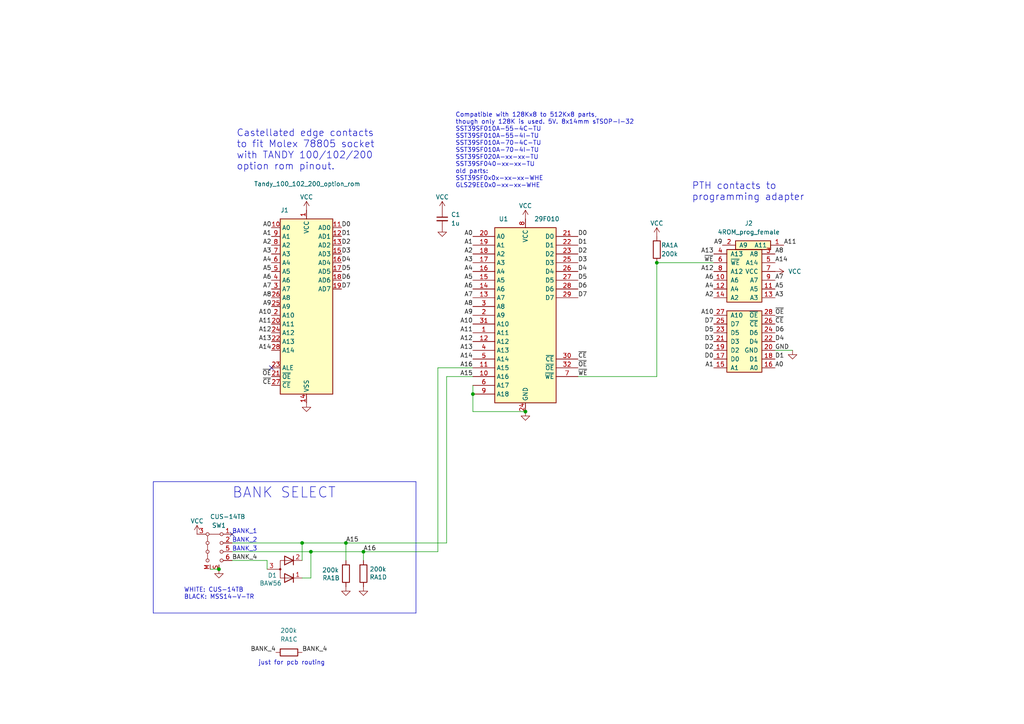
<source format=kicad_sch>
(kicad_sch (version 20250114) (generator "eeschema") (generator_version "9.0")
  (paper "A4")
  (title_block (title "M4ROM TANDY") (date "2025-11-17") (rev "010") (company "Brian K. White b.kenyon.w@gmail.com") (comment 1 "CC-BY-SA") (comment 2 "Flash based 4-bank option ROM for TANDY 100/102/200"))
  (lib_symbols
    (symbol "000_LOCAL:29F040"
      (property "Reference" "U" (at -8.128 24.384 0))
      (property "Value" "29F040" (at 1.016 24.384 0))
      (symbol "29F040_0_1"
        (rectangle (start -8.89 22.86) (end 8.89 -27.94) (stroke (width 0.254)) (fill (type background)))
      )
      (symbol "29F040_1_1"
        (pin input line (at -15.24 20.32 0) (length 6.35) (name "A0") (number "20"))
        (pin input line (at -15.24 17.78 0) (length 6.35) (name "A1") (number "19"))
        (pin input line (at -15.24 15.24 0) (length 6.35) (name "A2") (number "18"))
        (pin input line (at -15.24 12.7 0) (length 6.35) (name "A3") (number "17"))
        (pin input line (at -15.24 10.16 0) (length 6.35) (name "A4") (number "16"))
        (pin input line (at -15.24 7.62 0) (length 6.35) (name "A5") (number "15"))
        (pin input line (at -15.24 5.08 0) (length 6.35) (name "A6") (number "14"))
        (pin input line (at -15.24 2.54 0) (length 6.35) (name "A7") (number "13"))
        (pin input line (at -15.24 0 0) (length 6.35) (name "A8") (number "3"))
        (pin input line (at -15.24 -2.54 0) (length 6.35) (name "A9") (number "2"))
        (pin input line (at -15.24 -5.08 0) (length 6.35) (name "A10") (number "31"))
        (pin input line (at -15.24 -7.62 0) (length 6.35) (name "A11") (number "1"))
        (pin input line (at -15.24 -10.16 0) (length 6.35) (name "A12") (number "12"))
        (pin input line (at -15.24 -12.7 0) (length 6.35) (name "A13") (number "4"))
        (pin input line (at -15.24 -15.24 0) (length 6.35) (name "A14") (number "5"))
        (pin input line (at -15.24 -17.78 0) (length 6.35) (name "A15") (number "11"))
        (pin input line (at -15.24 -20.32 0) (length 6.35) (name "A16") (number "10"))
        (pin input line (at -15.24 -22.86 0) (length 6.35) (name "A17") (number "6"))
        (pin input line (at -15.24 -25.4 0) (length 6.35) (name "A18") (number "9"))
        (pin input line (at 0 25.4 270) (length 2.54) (name "VCC") (number "8"))
        (pin input line (at 0 -30.48 90) (length 2.54) (name "GND") (number "24"))
        (pin tri_state line (at 15.24 20.32 180) (length 6.35) (name "D0") (number "21"))
        (pin tri_state line (at 15.24 17.78 180) (length 6.35) (name "D1") (number "22"))
        (pin tri_state line (at 15.24 15.24 180) (length 6.35) (name "D2") (number "23"))
        (pin tri_state line (at 15.24 12.7 180) (length 6.35) (name "D3") (number "25"))
        (pin tri_state line (at 15.24 10.16 180) (length 6.35) (name "D4") (number "26"))
        (pin tri_state line (at 15.24 7.62 180) (length 6.35) (name "D5") (number "27"))
        (pin tri_state line (at 15.24 5.08 180) (length 6.35) (name "D6") (number "28"))
        (pin tri_state line (at 15.24 2.54 180) (length 6.35) (name "D7") (number "29"))
        (pin input line (at 15.24 -15.24 180) (length 6.35) (name "~{CE}") (number "30"))
        (pin input line (at 15.24 -17.78 180) (length 6.35) (name "~{OE}") (number "32"))
        (pin input line (at 15.24 -20.32 180) (length 6.35) (name "~{WE}") (number "7"))
      )
    )
    (symbol "000_LOCAL:4ROM_prog" (pin_names (offset 1.016))
      (property "Reference" "J" (at 0 20.32 0))
      (property "Value" "4ROM_prog" (at 0 -20.32 0))
      (symbol "4ROM_prog_1_1"
        (rectangle (start -5.08 16.51) (end 5.08 1.27) (stroke (width 0.254)) (fill (type background)))
        (rectangle (start -5.08 -1.27) (end 5.08 -19.05) (stroke (width 0.254)) (fill (type background)))
        (rectangle (start -2.54 19.05) (end 7.62 16.51) (stroke (width 0.254)) (fill (type background)))
        (pin passive line (at -8.89 15.24 0) (length 3.81) (name "A13") (number "4"))
        (pin passive line (at -8.89 12.7 0) (length 3.81) (name "~{WE}") (number "6"))
        (pin passive line (at -8.89 10.16 0) (length 3.81) (name "A12") (number "8"))
        (pin passive line (at -8.89 7.62 0) (length 3.81) (name "A6") (number "10"))
        (pin passive line (at -8.89 5.08 0) (length 3.81) (name "A4") (number "12"))
        (pin passive line (at -8.89 2.54 0) (length 3.81) (name "A2") (number "14"))
        (pin passive line (at -8.89 -2.54 0) (length 3.81) (name "A10") (number "27"))
        (pin passive line (at -8.89 -5.08 0) (length 3.81) (name "D7") (number "25"))
        (pin passive line (at -8.89 -7.62 0) (length 3.81) (name "D5") (number "23"))
        (pin passive line (at -8.89 -10.16 0) (length 3.81) (name "D3") (number "21"))
        (pin passive line (at -8.89 -12.7 0) (length 3.81) (name "D2") (number "19"))
        (pin passive line (at -8.89 -15.24 0) (length 3.81) (name "D0") (number "17"))
        (pin passive line (at -8.89 -17.78 0) (length 3.81) (name "A1") (number "15"))
        (pin passive line (at -6.35 17.78 0) (length 3.81) (name "A9") (number "2"))
        (pin passive line (at 8.89 15.24 180) (length 3.81) (name "A8") (number "3"))
        (pin passive line (at 8.89 12.7 180) (length 3.81) (name "A14") (number "5"))
        (pin passive line (at 8.89 10.16 180) (length 3.81) (name "VCC") (number "7"))
        (pin passive line (at 8.89 7.62 180) (length 3.81) (name "A7") (number "9"))
        (pin passive line (at 8.89 5.08 180) (length 3.81) (name "A5") (number "11"))
        (pin passive line (at 8.89 2.54 180) (length 3.81) (name "A3") (number "13"))
        (pin passive line (at 8.89 -2.54 180) (length 3.81) (name "~{OE}") (number "28"))
        (pin passive line (at 8.89 -5.08 180) (length 3.81) (name "~{CE}") (number "26"))
        (pin passive line (at 8.89 -7.62 180) (length 3.81) (name "D6") (number "24"))
        (pin passive line (at 8.89 -10.16 180) (length 3.81) (name "D4") (number "22"))
        (pin passive line (at 8.89 -12.7 180) (length 3.81) (name "GND") (number "20"))
        (pin passive line (at 8.89 -15.24 180) (length 3.81) (name "D1") (number "18"))
        (pin passive line (at 8.89 -17.78 180) (length 3.81) (name "A0") (number "16"))
        (pin passive line (at 11.43 17.78 180) (length 3.81) (name "A11") (number "1"))
      )
    )
    (symbol "000_LOCAL:C" (pin_numbers (hide yes)) (pin_names (offset 0.254) (hide yes))
      (property "Reference" "C" (at 0.254 1.778 0))
      (property "Value" "C" (at 0.254 -2.032 0))
      (symbol "C_0_1"
        (polyline (pts (xy -1.524 0.508) (xy 1.524 0.508)) (stroke (width 0.3048)))
        (polyline (pts (xy -1.524 -0.508) (xy 1.524 -0.508)) (stroke (width 0.3302)))
      )
      (symbol "C_1_1"
        (pin passive line (at 0 2.54 270) (length 2.032) (name "~") (number "1"))
        (pin passive line (at 0 -2.54 90) (length 2.032) (name "~") (number "2"))
      )
    )
    (symbol "000_LOCAL:D_Dual_CommonAnode_KKA_Parallel" (pin_names (offset 0.762) (hide yes))
      (property "Reference" "D" (at 0 5.08 0))
      (property "Value" "D_Dual_CommonAnode_KKA_Parallel" (at 0 -5.08 0))
      (symbol "D_Dual_CommonAnode_KKA_Parallel_0_0"
        (polyline (pts (xy 2.54 1.27) (xy 2.54 3.81)) (stroke (width 0.254)))
        (polyline (pts (xy 2.54 -3.81) (xy 2.54 -1.27)) (stroke (width 0.254)))
      )
      (symbol "D_Dual_CommonAnode_KKA_Parallel_0_1"
        (circle (center -1.27 0) (radius 0.254) (fill (type outline)))
        (polyline (pts (xy -1.27 0) (xy -2.54 0)))
        (polyline (pts (xy 0 3.81) (xy 2.54 2.54) (xy 0 1.27) (xy 0 3.81) (xy 0 3.81) (xy 0 3.81)) (stroke (width 0.254)))
        (polyline (pts (xy 0 -1.27) (xy 2.54 -2.54) (xy 0 -3.81) (xy 0 -1.27) (xy 0 -1.27) (xy 0 -1.27)) (stroke (width 0.254)))
        (polyline (pts (xy 2.54 2.54) (xy -1.27 2.54) (xy -1.27 -2.54) (xy 2.54 -2.54)))
        (pin passive line (at -5.08 0 0) (length 2.54) (name "A") (number "3"))
        (pin passive line (at 5.08 2.54 180) (length 2.54) (name "K") (number "1"))
        (pin passive line (at 5.08 -2.54 180) (length 2.54) (name "K") (number "2"))
      )
    )
    (symbol "000_LOCAL:GND" (power) (pin_names (offset 0))
      (property "Value" "GND" (at 0 -3.81 0))
      (symbol "GND_0_1"
        (polyline (pts (xy 0 0) (xy 0 -1.27) (xy 1.27 -1.27) (xy 0 -2.54) (xy -1.27 -1.27) (xy 0 -1.27)))
      )
      (symbol "GND_1_1"
        (pin power_in line (at 0 0 270) (length 0) (hide yes) (name "GND") (number "1"))
      )
    )
    (symbol "000_LOCAL:R_Array_04" (pin_numbers (hide yes)) (pin_names (offset 0) (hide yes))
      (property "Reference" "RA" (at 2.032 0 90))
      (property "Value" "R_Array_04" (at -2.032 0 90))
      (symbol "R_Array_04_0_1"
        (rectangle (start 1.016 2.54) (end -1.016 -2.54) (stroke (width 0.254)))
      )
      (symbol "R_Array_04_1_1"
        (pin passive line (at 0 3.81 270) (length 1.27) (name "R1.1") (number "1"))
        (pin passive line (at 0 -3.81 90) (length 1.27) (name "R1.2") (number "8"))
      )
      (symbol "R_Array_04_2_1"
        (pin passive line (at 0 3.81 270) (length 1.27) (name "R2.1") (number "2"))
        (pin passive line (at 0 -3.81 90) (length 1.27) (name "R2.2") (number "7"))
      )
      (symbol "R_Array_04_3_1"
        (pin passive line (at 0 3.81 270) (length 1.27) (name "R3.1") (number "3"))
        (pin passive line (at 0 -3.81 90) (length 1.27) (name "R3.2") (number "6"))
      )
      (symbol "R_Array_04_4_1"
        (pin passive line (at 0 3.81 270) (length 1.27) (name "R4.1") (number "4"))
        (pin passive line (at 0 -3.81 90) (length 1.27) (name "R4.2") (number "5"))
      )
    )
    (symbol "000_LOCAL:SW_1P4T_CUS-14B_-_PTH" (pin_names (offset 0) (hide yes))
      (property "Reference" "SW" (at 0 6.35 0))
      (property "Value" "SW_1P4T_CUS-14B_-_PTH" (at 0 8.89 0))
      (symbol "SW_1P4T_CUS-14B_-_PTH_0_1"
        (circle (center -2.032 3.81) (radius 0.4572))
        (polyline (pts (xy -2.032 3.302) (xy -2.032 1.778)) (stroke (width 0.1524)))
        (circle (center -2.032 1.27) (radius 0.4572))
        (polyline (pts (xy -2.032 0.762) (xy -2.032 -0.762)) (stroke (width 0.1524)))
        (circle (center -2.032 -1.27) (radius 0.4572))
        (polyline (pts (xy -2.032 -1.778) (xy -2.032 -3.302)) (stroke (width 0.1524)))
        (circle (center -2.032 -3.81) (radius 0.4572))
        (polyline (pts (xy -1.524 3.81) (xy 1.524 3.81)) (stroke (width 0.1524)))
        (circle (center 2.032 3.81) (radius 0.4572))
        (circle (center 2.032 1.27) (radius 0.4572))
        (circle (center 2.032 -1.27) (radius 0.4572))
        (circle (center 2.032 -3.81) (radius 0.4572))
      )
      (symbol "SW_1P4T_CUS-14B_-_PTH_1_1"
        (pin passive line (at -5.08 3.81 0) (length 2.54) (name "C") (number "3"))
        (pin passive line (at -5.08 3.81 0) (length 2.54) (hide yes) (name "C") (number "4"))
        (pin passive line (at -1.27 -6.35 90) (length 1.27) (name "M") (number "M"))
        (pin passive line (at 1.27 -6.35 90) (length 1.27) (name "S") (number "S"))
        (pin passive line (at 5.08 3.81 180) (length 2.54) (name "1") (number "1"))
        (pin passive line (at 5.08 1.27 180) (length 2.54) (name "2") (number "2"))
        (pin passive line (at 5.08 -1.27 180) (length 2.54) (name "5") (number "5"))
        (pin passive line (at 5.08 -3.81 180) (length 2.54) (name "6") (number "6"))
      )
    )
    (symbol "000_LOCAL:Tandy_100_102_200_option_rom"
      (property "Reference" "U" (at -7.62 26.67 0))
      (property "Value" "Tandy_100_102_200_option_rom" (at 2.54 -26.67 0))
      (symbol "Tandy_100_102_200_option_rom_1_1"
        (rectangle (start -7.62 25.4) (end 7.62 -25.4) (stroke (width 0.254)) (fill (type background)))
        (pin input line (at -10.16 22.86 0) (length 2.54) (name "A0") (number "10"))
        (pin input line (at -10.16 20.32 0) (length 2.54) (name "A1") (number "9"))
        (pin input line (at -10.16 17.78 0) (length 2.54) (name "A2") (number "8"))
        (pin input line (at -10.16 15.24 0) (length 2.54) (name "A3") (number "7"))
        (pin input line (at -10.16 12.7 0) (length 2.54) (name "A4") (number "6"))
        (pin input line (at -10.16 10.16 0) (length 2.54) (name "A5") (number "5"))
        (pin input line (at -10.16 7.62 0) (length 2.54) (name "A6") (number "4"))
        (pin input line (at -10.16 5.08 0) (length 2.54) (name "A7") (number "3"))
        (pin input line (at -10.16 2.54 0) (length 2.54) (name "A8") (number "26"))
        (pin input line (at -10.16 0 0) (length 2.54) (name "A9") (number "25"))
        (pin input line (at -10.16 -2.54 0) (length 2.54) (name "A10") (number "2"))
        (pin input line (at -10.16 -5.08 0) (length 2.54) (name "A11") (number "20"))
        (pin input line (at -10.16 -7.62 0) (length 2.54) (name "A12") (number "24"))
        (pin input line (at -10.16 -10.16 0) (length 2.54) (name "A13") (number "22"))
        (pin input line (at -10.16 -12.7 0) (length 2.54) (name "A14") (number "28"))
        (pin input line (at -10.16 -17.78 0) (length 2.54) (name "ALE") (number "23"))
        (pin input line (at -10.16 -20.32 0) (length 2.54) (name "~{OE}") (number "21"))
        (pin input line (at -10.16 -22.86 0) (length 2.54) (name "~{CE}") (number "27"))
        (pin power_in line (at 0 27.94 270) (length 2.54) (name "VCC") (number "1"))
        (pin power_in line (at 0 -27.94 90) (length 2.54) (name "VSS") (number "14"))
        (pin tri_state line (at 10.16 22.86 180) (length 2.54) (name "AD0") (number "11"))
        (pin tri_state line (at 10.16 20.32 180) (length 2.54) (name "AD1") (number "12"))
        (pin tri_state line (at 10.16 17.78 180) (length 2.54) (name "AD2") (number "13"))
        (pin tri_state line (at 10.16 15.24 180) (length 2.54) (name "AD3") (number "15"))
        (pin tri_state line (at 10.16 12.7 180) (length 2.54) (name "AD4") (number "16"))
        (pin tri_state line (at 10.16 10.16 180) (length 2.54) (name "AD5") (number "17"))
        (pin tri_state line (at 10.16 7.62 180) (length 2.54) (name "AD6") (number "18"))
        (pin tri_state line (at 10.16 5.08 180) (length 2.54) (name "AD7") (number "19"))
      )
    )
    (symbol "0_LOCAL:GND" (power) (pin_names (offset 0))
      (property "Value" "GND" (at 0 -3.81 0))
      (symbol "GND_0_1"
        (polyline (pts (xy 0 0) (xy 0 -1.27) (xy 1.27 -1.27) (xy 0 -2.54) (xy -1.27 -1.27) (xy 0 -1.27)))
      )
      (symbol "GND_1_1"
        (pin power_in line (at 0 0 270) (length 0) (hide yes) (name "GND") (number "1"))
      )
    )
    (symbol "power:VCC" (power) (pin_names (offset 0))
      (property "Value" "VCC" (at 0 3.81 0))
      (symbol "VCC_0_1"
        (polyline (pts (xy -0.762 1.27) (xy 0 2.54)))
        (polyline (pts (xy 0 2.54) (xy 0.762 1.27)))
        (polyline (pts (xy 0 0) (xy 0 2.54)))
      )
      (symbol "VCC_1_1"
        (pin power_in line (at 0 0 90) (length 0) (hide yes) (name "VCC") (number "1"))
      )
    )
  )
  (text "BANK_3" (at 67.31 160.02 0) (effects (font (size 1.27 1.27)) (justify left bottom)))
  (text "WHITE: CUS-14TB\nBLACK: MSS14-V-TR" (at 53.34 173.99 0) (effects (font (size 1.27 1.27)) (justify left bottom)))
  (text "Castellated edge contacts\nto fit Molex 78805 socket\nwith TANDY 100/102/200\noption rom pinout." (at 68.58 49.53 0) (effects (font (size 2 2)) (justify left bottom)))
  (text "BANK_1" (at 67.31 154.94 0) (effects (font (size 1.27 1.27)) (justify left bottom)))
  (text "just for pcb routing" (at 74.93 193.04 0) (effects (font (size 1.27 1.27)) (justify left bottom)))
  (text "BANK_2" (at 67.31 157.48 0) (effects (font (size 1.27 1.27)) (justify left bottom)))
  (text "BANK SELECT" (at 67.31 144.78 0) (effects (font (size 3 3)) (justify left bottom)))
  (text "PTH contacts to\nprogramming adapter" (at 200.66 58.42 0) (effects (font (size 2 2)) (justify left bottom)))
  (text "Compatible with 128Kx8 to 512Kx8 parts,\nthough only 128K is used. 5V. 8x14mm sTSOP-I-32\nSST39SF010A-55-4C-TU\nSST39SF010A-55-4I-TU\nSST39SF010A-70-4C-TU\nSST39SF010A-70-4I-TU\nSST39SF020A-xx-xx-TU\nSST39SF040-xx-xx-TU\nold parts:\nSST39SF0x0x-xx-xx-WHE\nGLS29EE0x0-xx-xx-WHE" (at 132.08 54.61 0) (effects (font (size 1.27 1.27)) (justify left bottom)))
  (junction (at 87.63 157.48))
  (junction (at 100.33 157.48))
  (junction (at 137.16 114.3))
  (junction (at 190.5 76.2))
  (junction (at 152.4 119.38))
  (junction (at 90.17 160.02))
  (junction (at 63.5 165.1))
  (junction (at 105.41 160.02))
  (no_connect (at 67.31 154.94))
  (no_connect (at 78.74 106.68))
  (wire (pts (xy 100.33 157.48) (xy 129.54 157.48)))
  (wire (pts (xy 67.31 157.48) (xy 87.63 157.48)))
  (wire (pts (xy 105.41 160.02) (xy 105.41 162.56)))
  (wire (pts (xy 87.63 167.64) (xy 90.17 167.64)))
  (wire (pts (xy 129.54 109.22) (xy 137.16 109.22)))
  (wire (pts (xy 224.79 101.6) (xy 229.87 101.6)))
  (wire (pts (xy 87.63 157.48) (xy 87.63 162.56)))
  (wire (pts (xy 87.63 157.48) (xy 100.33 157.48)))
  (wire (pts (xy 105.41 160.02) (xy 127 160.02)))
  (wire (pts (xy 90.17 160.02) (xy 90.17 167.64)))
  (wire (pts (xy 129.54 109.22) (xy 129.54 157.48)))
  (wire (pts (xy 137.16 119.38) (xy 152.4 119.38)))
  (polyline (pts (xy 44.45 177.8) (xy 120.65 177.8)))
  (polyline (pts (xy 120.65 177.8) (xy 120.65 139.7)))
  (wire (pts (xy 137.16 114.3) (xy 137.16 119.38)))
  (wire (pts (xy 77.47 162.56) (xy 77.47 165.1)))
  (wire (pts (xy 60.96 165.1) (xy 63.5 165.1)))
  (wire (pts (xy 190.5 109.22) (xy 190.5 76.2)))
  (wire (pts (xy 67.31 162.56) (xy 77.47 162.56)))
  (polyline (pts (xy 44.45 139.7) (xy 44.45 177.8)))
  (wire (pts (xy 67.31 160.02) (xy 90.17 160.02)))
  (polyline (pts (xy 44.45 139.7) (xy 120.65 139.7)))
  (wire (pts (xy 127 106.68) (xy 127 160.02)))
  (wire (pts (xy 137.16 106.68) (xy 127 106.68)))
  (wire (pts (xy 190.5 76.2) (xy 207.01 76.2)))
  (wire (pts (xy 100.33 157.48) (xy 100.33 162.56)))
  (wire (pts (xy 167.64 109.22) (xy 190.5 109.22)))
  (wire (pts (xy 90.17 160.02) (xy 105.41 160.02)))
  (wire (pts (xy 137.16 111.76) (xy 137.16 114.3)))
  (label "A6" (at 137.16 83.82 180))
  (label "D7" (at 207.01 93.98 180))
  (label "D6" (at 99.06 81.28 0))
  (label "A11" (at 78.74 93.98 180))
  (label "~{OE}" (at 167.64 106.68 0))
  (label "A11" (at 227.33 71.12 0))
  (label "~{OE}" (at 78.74 109.22 180))
  (label "A10" (at 207.01 91.44 180))
  (label "D4" (at 99.06 76.2 0))
  (label "A9" (at 137.16 91.44 180))
  (label "D0" (at 207.01 104.14 180))
  (label "A12" (at 137.16 99.06 180))
  (label "D6" (at 167.64 83.82 0))
  (label "A5" (at 78.74 78.74 180))
  (label "A14" (at 78.74 101.6 180))
  (label "A15" (at 100.33 157.48 0))
  (label "A13" (at 207.01 73.66 180))
  (label "D5" (at 167.64 81.28 0))
  (label "D5" (at 207.01 96.52 180))
  (label "A2" (at 207.01 86.36 180))
  (label "A2" (at 137.16 73.66 180))
  (label "D0" (at 99.06 66.04 0))
  (label "A6" (at 207.01 81.28 180))
  (label "~{CE}" (at 78.74 111.76 180))
  (label "A12" (at 78.74 96.52 180))
  (label "D3" (at 99.06 73.66 0))
  (label "A15" (at 137.16 109.22 180))
  (label "A0" (at 78.74 66.04 180))
  (label "D3" (at 207.01 99.06 180))
  (label "A14" (at 137.16 104.14 180))
  (label "A4" (at 207.01 83.82 180))
  (label "D2" (at 99.06 71.12 0))
  (label "GND" (at 224.79 101.6 0))
  (label "D7" (at 167.64 86.36 0))
  (label "A9" (at 78.74 88.9 180))
  (label "A3" (at 137.16 76.2 180))
  (label "D6" (at 224.79 96.52 0))
  (label "D0" (at 167.64 68.58 0))
  (label "A4" (at 137.16 78.74 180))
  (label "A3" (at 224.79 86.36 0))
  (label "~{WE}" (at 167.64 109.22 0))
  (label "A10" (at 137.16 93.98 180))
  (label "~{CE}" (at 167.64 104.14 0))
  (label "A7" (at 78.74 83.82 180))
  (label "A8" (at 137.16 88.9 180))
  (label "A2" (at 78.74 71.12 180))
  (label "A13" (at 78.74 99.06 180))
  (label "D2" (at 167.64 73.66 0))
  (label "A11" (at 137.16 96.52 180))
  (label "D7" (at 99.06 83.82 0))
  (label "A3" (at 78.74 73.66 180))
  (label "A10" (at 78.74 91.44 180))
  (label "BANK_4" (at 87.63 189.23 0))
  (label "A4" (at 78.74 76.2 180))
  (label "D2" (at 207.01 101.6 180))
  (label "D1" (at 224.79 104.14 0))
  (label "D1" (at 99.06 68.58 0))
  (label "A7" (at 137.16 86.36 180))
  (label "BANK_4" (at 80.01 189.23 180))
  (label "A1" (at 78.74 68.58 180))
  (label "A13" (at 137.16 101.6 180))
  (label "~{WE}" (at 207.01 76.2 180))
  (label "A16" (at 105.41 160.02 0))
  (label "~{CE}" (at 224.79 93.98 0))
  (label "A5" (at 137.16 81.28 180))
  (label "D5" (at 99.06 78.74 0))
  (label "A0" (at 137.16 68.58 180))
  (label "~{OE}" (at 224.79 91.44 0))
  (label "D4" (at 167.64 78.74 0))
  (label "A9" (at 209.55 71.12 180))
  (label "A8" (at 78.74 86.36 180))
  (label "A12" (at 207.01 78.74 180))
  (label "A16" (at 137.16 106.68 180))
  (label "A6" (at 78.74 81.28 180))
  (label "A0" (at 224.79 106.68 0))
  (label "BANK_4" (at 67.31 162.56 0))
  (label "A5" (at 224.79 83.82 0))
  (label "A1" (at 207.01 106.68 180))
  (label "D4" (at 224.79 99.06 0))
  (label "A8" (at 224.79 73.66 0))
  (label "D3" (at 167.64 76.2 0))
  (label "D1" (at 167.64 71.12 0))
  (label "A7" (at 224.79 81.28 0))
  (label "A14" (at 224.79 76.2 0))
  (label "A1" (at 137.16 71.12 180))
  (symbol (lib_id "000_LOCAL:29F040") (at 152.4 88.9 0) (unit 1)
    (property "Reference" "U1" (at 146.05 63.5 0))
    (property "Value" "29F010" (at 154.94 63.5 0) (effects (justify left)))
    (property "Footprint" "000_LOCAL:TSOP32-14mm" (effects (hide yes)))
    (property "Datasheet" "datasheets/29F040.pdf" (effects (hide yes)))
    (property "Description" "NOR Flash Parallel 5V 128K-512Kx8 TSOP-32" (effects (hide yes)))
    (property "MPN" "SST39SF010A-70-4C-TU" (effects (hide yes)))
  )
  (symbol (lib_id "000_LOCAL:Tandy_100_102_200_option_rom") (at 88.9 88.9 0) (unit 1) (in_bom no)
    (property "Reference" "J1" (at 82.55 60.96 0))
    (property "Value" "Tandy_100_102_200_option_rom" (at 73.66 53.34 0) (effects (justify left)))
    (property "Footprint" "000_LOCAL:Molex78802_PCB_28" (effects (hide yes)))
  )
  (symbol (lib_id "power:VCC") (at 152.4 63.5 0) (unit 1)
    (property "Reference" "#PWR0101" (effects (hide yes)))
    (property "Value" "VCC" (at 152.4 59.69 0))
  )
  (symbol (lib_id "power:VCC") (at 88.9 60.96 0) (unit 1)
    (property "Reference" "#PWR0102" (effects (hide yes)))
    (property "Value" "VCC" (at 88.9 57.15 0))
  )
  (symbol (lib_id "power:VCC") (at 190.5 68.58 0) (mirror y) (unit 1)
    (property "Reference" "#PWR0105" (effects (hide yes)))
    (property "Value" "VCC" (at 190.5 64.77 0))
  )
  (symbol (lib_id "0_LOCAL:GND") (at 152.4 119.38 0) (mirror y) (unit 1)
    (property "Reference" "#PWR06" (effects (hide yes)))
    (property "Value" "GND" (effects (hide yes)))
  )
  (symbol (lib_id "power:VCC") (at 57.15 154.94 0) (unit 1)
    (property "Reference" "#PWR01" (effects (hide yes)))
    (property "Value" "VCC" (at 57.15 151.13 0))
  )
  (symbol (lib_id "0_LOCAL:GND") (at 128.27 66.04 0) (mirror y) (unit 1)
    (property "Reference" "#PWR09" (effects (hide yes)))
    (property "Value" "GND" (effects (hide yes)))
  )
  (symbol (lib_id "power:VCC") (at 128.27 60.96 0) (unit 1)
    (property "Reference" "#PWR0116" (effects (hide yes)))
    (property "Value" "VCC" (at 128.27 57.15 0))
  )
  (symbol (lib_id "000_LOCAL:D_Dual_CommonAnode_KKA_Parallel") (at 82.55 165.1 0) (mirror x) (unit 1)
    (property "Reference" "D1" (at 78.994 166.878 0))
    (property "Value" "BAW56" (at 78.486 169.164 0))
    (property "Footprint" "000_LOCAL:SOT-23" (effects (hide yes)))
    (property "Datasheet" "datasheets/BAW56.PDF" (effects (hide yes)))
    (property "Description" "Dual diode, common anode on pin 3" (effects (hide yes)))
    (property "MPN" "TBAW56,LM" (effects (hide yes)))
  )
  (symbol (lib_id "000_LOCAL:R_Array_04") (at 100.33 166.37 0) (mirror y) (unit 2)
    (property "Reference" "RA1" (at 98.552 167.64 0) (effects (justify left)))
    (property "Value" "200k" (at 98.298 165.354 0) (effects (justify left)))
    (property "Footprint" "000_LOCAL:R_Array_Convex_4x0612" (effects (hide yes)))
    (property "Datasheet" "datasheets/YC164.pdf" (effects (hide yes)))
    (property "Description" "RES ARRAY 4 x 200K isolated 1206 4x0612 convex" (effects (hide yes)))
    (property "MPN" "YC164-JR-07200KL" (effects (hide yes)))
  )
  (symbol (lib_id "0_LOCAL:GND") (at 229.87 101.6 0) (mirror y) (unit 1)
    (property "Reference" "#PWR07" (effects (hide yes)))
    (property "Value" "GND" (effects (hide yes)))
  )
  (symbol (lib_id "000_LOCAL:SW_1P4T_CUS-14B_-_PTH") (at 62.23 158.75 0) (unit 1)
    (property "Reference" "SW1" (at 63.5 152.4 0))
    (property "Value" "CUS-14TB" (at 66.04 149.86 0))
    (property "Footprint" "000_LOCAL:SW_SP4T_CUS-14B - PTH" (effects (hide yes)))
    (property "Datasheet" "datasheets/cus.pdf" (effects (hide yes)))
    (property "Description" "CUS-14TB Switch, 4 position, single pole 4 throw, 4 position switch, SP4T" (effects (hide yes)))
    (property "MPN" "CUS-14TB" (effects (hide yes)))
  )
  (symbol (lib_id "000_LOCAL:C") (at 128.27 63.5 0) (unit 1)
    (property "Reference" "C1" (at 130.81 62.2362 0) (effects (justify left)))
    (property "Value" "1u" (at 130.81 64.7762 0) (effects (justify left)))
    (property "Footprint" "000_LOCAL:C_0805" (effects (hide yes)))
    (property "Datasheet" "datasheets/CL21B105KBFNNNE.pdf" (effects (hide yes)))
    (property "Description" "CAP CER 1UF 16V+ 0805" (effects (hide yes)))
    (property "MPN" "CL21B105KBFNNNE" (effects (hide yes)))
  )
  (symbol (lib_id "000_LOCAL:R_Array_04") (at 190.5 72.39 0) (mirror x) (unit 1)
    (property "Reference" "RA1" (at 191.77 71.12 0) (effects (justify left)))
    (property "Value" "200k" (at 191.77 73.66 0) (effects (justify left)))
    (property "Footprint" "000_LOCAL:R_Array_Convex_4x0612" (effects (hide yes)))
    (property "Datasheet" "datasheets/YC164.pdf" (effects (hide yes)))
    (property "Description" "RES ARRAY 4 x 200K isolated 1206 4x0612 convex" (effects (hide yes)))
    (property "MPN" "YC164-JR-07200KL" (effects (hide yes)))
  )
  (symbol (lib_id "000_LOCAL:GND") (at 105.41 170.18 0) (mirror y) (unit 1)
    (property "Reference" "#PWR022" (effects (hide yes)))
    (property "Value" "GND" (effects (hide yes)))
  )
  (symbol (lib_id "000_LOCAL:R_Array_04") (at 83.82 189.23 270) (mirror x) (unit 3)
    (property "Reference" "RA1" (at 81.28 185.42 90) (effects (justify left)))
    (property "Value" "200k" (at 81.28 182.88 90) (effects (justify left)))
    (property "Footprint" "000_LOCAL:R_Array_Convex_4x0612" (effects (hide yes)))
    (property "Datasheet" "datasheets/YC164.pdf" (effects (hide yes)))
    (property "Description" "RES ARRAY 4 x 200K isolated 1206 4x0612 convex" (effects (hide yes)))
    (property "MPN" "YC164-JR-07200KL" (effects (hide yes)))
  )
  (symbol (lib_id "power:VCC") (at 224.79 78.74 270) (unit 1)
    (property "Reference" "#PWR0110" (effects (hide yes)))
    (property "Value" "VCC" (at 228.6 78.74 90) (effects (justify left)))
  )
  (symbol (lib_id "000_LOCAL:GND") (at 100.33 170.18 0) (mirror y) (unit 1)
    (property "Reference" "#PWR021" (effects (hide yes)))
    (property "Value" "GND" (effects (hide yes)))
  )
  (symbol (lib_id "000_LOCAL:4ROM_prog") (at 215.9 88.9 0) (unit 1) (in_bom no)
    (property "Reference" "J2" (at 217.17 64.77 0))
    (property "Value" "4ROM_prog_female" (at 217.17 67.31 0))
    (property "Footprint" "000_LOCAL:4ROM_prog_female" (effects (hide yes)))
  )
  (symbol (lib_id "0_LOCAL:GND") (at 88.9 116.84 0) (mirror y) (unit 1)
    (property "Reference" "#PWR05" (effects (hide yes)))
    (property "Value" "GND" (effects (hide yes)))
  )
  (symbol (lib_id "000_LOCAL:R_Array_04") (at 105.41 166.37 0) (mirror y) (unit 4)
    (property "Reference" "RA1" (at 107.188 167.386 0) (effects (justify right)))
    (property "Value" "200k" (at 107.188 165.1 0) (effects (justify right)))
    (property "Footprint" "000_LOCAL:R_Array_Convex_4x0612" (effects (hide yes)))
    (property "Datasheet" "datasheets/YC164.pdf" (effects (hide yes)))
    (property "Description" "RES ARRAY 4 x 200K isolated 1206 4x0612 convex" (effects (hide yes)))
    (property "MPN" "YC164-JR-07200KL" (effects (hide yes)))
  )
  (symbol (lib_id "0_LOCAL:GND") (at 63.5 165.1 0) (mirror y) (unit 1)
    (property "Reference" "#PWR02" (effects (hide yes)))
    (property "Value" "GND" (effects (hide yes)))
  )
)
</source>
